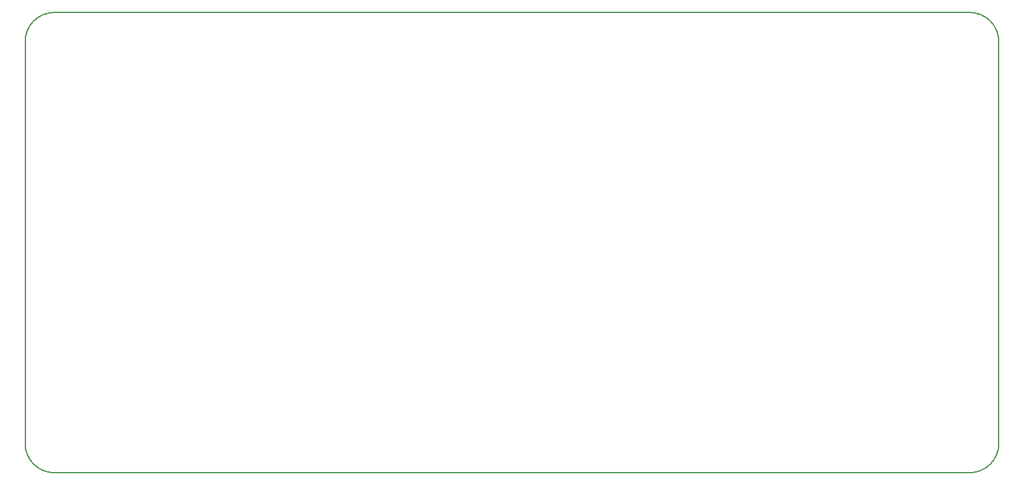
<source format=gm1>
G04 #@! TF.GenerationSoftware,KiCad,Pcbnew,(7.0.0-0)*
G04 #@! TF.CreationDate,2023-03-05T11:15:20-05:00*
G04 #@! TF.ProjectId,Cryologger ITB,4372796f-6c6f-4676-9765-72204954422e,rev?*
G04 #@! TF.SameCoordinates,Original*
G04 #@! TF.FileFunction,Profile,NP*
%FSLAX46Y46*%
G04 Gerber Fmt 4.6, Leading zero omitted, Abs format (unit mm)*
G04 Created by KiCad (PCBNEW (7.0.0-0)) date 2023-03-05 11:15:20*
%MOMM*%
%LPD*%
G01*
G04 APERTURE LIST*
G04 #@! TA.AperFunction,Profile*
%ADD10C,0.200000*%
G04 #@! TD*
G04 APERTURE END LIST*
D10*
X216000000Y-64000000D02*
G75*
G03*
X212000000Y-60000000I-4000000J0D01*
G01*
X83000000Y-64000000D02*
X83000000Y-119000000D01*
X216000000Y-64000000D02*
X216000000Y-119000000D01*
X212000000Y-60000000D02*
X87000000Y-60000000D01*
X87000000Y-60000000D02*
G75*
G03*
X83000000Y-64000000I0J-4000000D01*
G01*
X83000000Y-119000000D02*
G75*
G03*
X87000000Y-123000000I4000000J0D01*
G01*
X87000000Y-123000000D02*
X212000000Y-123000000D01*
X212000000Y-123000000D02*
G75*
G03*
X216000000Y-119000000I0J4000000D01*
G01*
M02*

</source>
